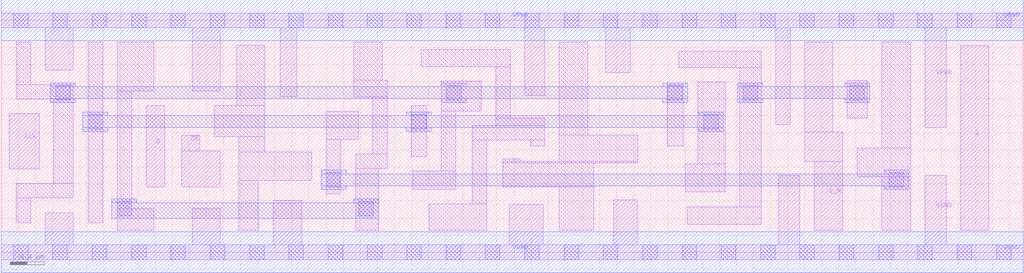
<source format=lef>
# Copyright 2020 The SkyWater PDK Authors
#
# Licensed under the Apache License, Version 2.0 (the "License");
# you may not use this file except in compliance with the License.
# You may obtain a copy of the License at
#
#     https://www.apache.org/licenses/LICENSE-2.0
#
# Unless required by applicable law or agreed to in writing, software
# distributed under the License is distributed on an "AS IS" BASIS,
# WITHOUT WARRANTIES OR CONDITIONS OF ANY KIND, either express or implied.
# See the License for the specific language governing permissions and
# limitations under the License.
#
# SPDX-License-Identifier: Apache-2.0

VERSION 5.7 ;
  NAMESCASESENSITIVE ON ;
  NOWIREEXTENSIONATPIN ON ;
  DIVIDERCHAR "/" ;
  BUSBITCHARS "[]" ;
UNITS
  DATABASE MICRONS 200 ;
END UNITS
MACRO sky130_fd_sc_hd__edfxbp_1
  CLASS CORE ;
  SOURCE USER ;
  FOREIGN sky130_fd_sc_hd__edfxbp_1 ;
  ORIGIN  0.000000  0.000000 ;
  SIZE  11.96000 BY  2.720000 ;
  SYMMETRY X Y R90 ;
  SITE unithd ;
  PIN D
    ANTENNAGATEAREA  0.159000 ;
    DIRECTION INPUT ;
    USE SIGNAL ;
    PORT
      LAYER li1 ;
        RECT 1.695000 0.765000 1.915000 1.720000 ;
    END
  END D
  PIN DE
    ANTENNAGATEAREA  0.318000 ;
    DIRECTION INPUT ;
    USE SIGNAL ;
    PORT
      LAYER li1 ;
        RECT 2.110000 0.765000 2.565000 1.185000 ;
        RECT 2.110000 1.185000 2.325000 1.370000 ;
    END
  END DE
  PIN Q
    ANTENNADIFFAREA  0.462000 ;
    DIRECTION OUTPUT ;
    USE SIGNAL ;
    PORT
      LAYER li1 ;
        RECT 11.225000 0.255000 11.555000 2.420000 ;
    END
  END Q
  PIN Q_N
    ANTENNADIFFAREA  0.429000 ;
    DIRECTION OUTPUT ;
    USE SIGNAL ;
    PORT
      LAYER li1 ;
        RECT 9.400000 1.065000 9.845000 1.410000 ;
        RECT 9.400000 1.410000 9.730000 2.465000 ;
        RECT 9.515000 0.255000 9.845000 1.065000 ;
    END
  END Q_N
  PIN CLK
    ANTENNAGATEAREA  0.159000 ;
    DIRECTION INPUT ;
    USE CLOCK ;
    PORT
      LAYER li1 ;
        RECT 0.095000 0.975000 0.445000 1.625000 ;
    END
  END CLK
  PIN VGND
    DIRECTION INOUT ;
    SHAPE ABUTMENT ;
    USE GROUND ;
    PORT
      LAYER li1 ;
        RECT  0.000000 -0.085000 11.960000 0.085000 ;
        RECT  0.515000  0.085000  0.845000 0.465000 ;
        RECT  2.235000  0.085000  2.565000 0.515000 ;
        RECT  3.185000  0.085000  3.515000 0.610000 ;
        RECT  5.945000  0.085000  6.340000 0.560000 ;
        RECT  7.165000  0.085000  7.440000 0.615000 ;
        RECT  9.095000  0.085000  9.345000 0.900000 ;
        RECT 10.810000  0.085000 11.055000 0.900000 ;
      LAYER mcon ;
        RECT  0.145000 -0.085000  0.315000 0.085000 ;
        RECT  0.605000 -0.085000  0.775000 0.085000 ;
        RECT  1.065000 -0.085000  1.235000 0.085000 ;
        RECT  1.525000 -0.085000  1.695000 0.085000 ;
        RECT  1.985000 -0.085000  2.155000 0.085000 ;
        RECT  2.445000 -0.085000  2.615000 0.085000 ;
        RECT  2.905000 -0.085000  3.075000 0.085000 ;
        RECT  3.365000 -0.085000  3.535000 0.085000 ;
        RECT  3.825000 -0.085000  3.995000 0.085000 ;
        RECT  4.285000 -0.085000  4.455000 0.085000 ;
        RECT  4.745000 -0.085000  4.915000 0.085000 ;
        RECT  5.205000 -0.085000  5.375000 0.085000 ;
        RECT  5.665000 -0.085000  5.835000 0.085000 ;
        RECT  6.125000 -0.085000  6.295000 0.085000 ;
        RECT  6.585000 -0.085000  6.755000 0.085000 ;
        RECT  7.045000 -0.085000  7.215000 0.085000 ;
        RECT  7.505000 -0.085000  7.675000 0.085000 ;
        RECT  7.965000 -0.085000  8.135000 0.085000 ;
        RECT  8.425000 -0.085000  8.595000 0.085000 ;
        RECT  8.885000 -0.085000  9.055000 0.085000 ;
        RECT  9.345000 -0.085000  9.515000 0.085000 ;
        RECT  9.805000 -0.085000  9.975000 0.085000 ;
        RECT 10.265000 -0.085000 10.435000 0.085000 ;
        RECT 10.725000 -0.085000 10.895000 0.085000 ;
        RECT 11.185000 -0.085000 11.355000 0.085000 ;
        RECT 11.645000 -0.085000 11.815000 0.085000 ;
      LAYER met1 ;
        RECT 0.000000 -0.240000 11.960000 0.240000 ;
    END
  END VGND
  PIN VPWR
    DIRECTION INOUT ;
    SHAPE ABUTMENT ;
    USE POWER ;
    PORT
      LAYER li1 ;
        RECT  0.000000 2.635000 11.960000 2.805000 ;
        RECT  0.515000 2.135000  0.845000 2.635000 ;
        RECT  2.235000 1.890000  2.565000 2.635000 ;
        RECT  3.265000 1.825000  3.460000 2.635000 ;
        RECT  6.125000 1.835000  6.360000 2.635000 ;
        RECT  7.070000 2.105000  7.360000 2.635000 ;
        RECT  9.060000 1.495000  9.230000 2.635000 ;
        RECT 10.810000 1.465000 11.055000 2.635000 ;
      LAYER mcon ;
        RECT  0.145000 2.635000  0.315000 2.805000 ;
        RECT  0.605000 2.635000  0.775000 2.805000 ;
        RECT  1.065000 2.635000  1.235000 2.805000 ;
        RECT  1.525000 2.635000  1.695000 2.805000 ;
        RECT  1.985000 2.635000  2.155000 2.805000 ;
        RECT  2.445000 2.635000  2.615000 2.805000 ;
        RECT  2.905000 2.635000  3.075000 2.805000 ;
        RECT  3.365000 2.635000  3.535000 2.805000 ;
        RECT  3.825000 2.635000  3.995000 2.805000 ;
        RECT  4.285000 2.635000  4.455000 2.805000 ;
        RECT  4.745000 2.635000  4.915000 2.805000 ;
        RECT  5.205000 2.635000  5.375000 2.805000 ;
        RECT  5.665000 2.635000  5.835000 2.805000 ;
        RECT  6.125000 2.635000  6.295000 2.805000 ;
        RECT  6.585000 2.635000  6.755000 2.805000 ;
        RECT  7.045000 2.635000  7.215000 2.805000 ;
        RECT  7.505000 2.635000  7.675000 2.805000 ;
        RECT  7.965000 2.635000  8.135000 2.805000 ;
        RECT  8.425000 2.635000  8.595000 2.805000 ;
        RECT  8.885000 2.635000  9.055000 2.805000 ;
        RECT  9.345000 2.635000  9.515000 2.805000 ;
        RECT  9.805000 2.635000  9.975000 2.805000 ;
        RECT 10.265000 2.635000 10.435000 2.805000 ;
        RECT 10.725000 2.635000 10.895000 2.805000 ;
        RECT 11.185000 2.635000 11.355000 2.805000 ;
        RECT 11.645000 2.635000 11.815000 2.805000 ;
      LAYER met1 ;
        RECT 0.000000 2.480000 11.960000 2.960000 ;
    END
  END VPWR
  OBS
    LAYER li1 ;
      RECT  0.175000 0.345000  0.345000 0.635000 ;
      RECT  0.175000 0.635000  0.845000 0.805000 ;
      RECT  0.175000 1.795000  0.845000 1.965000 ;
      RECT  0.175000 1.965000  0.345000 2.465000 ;
      RECT  0.615000 0.805000  0.845000 1.795000 ;
      RECT  1.015000 0.345000  1.185000 2.465000 ;
      RECT  1.355000 0.255000  1.785000 0.515000 ;
      RECT  1.355000 0.515000  1.525000 1.890000 ;
      RECT  1.355000 1.890000  1.785000 2.465000 ;
      RECT  2.495000 1.355000  3.085000 1.720000 ;
      RECT  2.755000 1.720000  3.085000 2.425000 ;
      RECT  2.780000 0.255000  3.005000 0.845000 ;
      RECT  2.780000 0.845000  3.635000 1.175000 ;
      RECT  2.780000 1.175000  3.085000 1.355000 ;
      RECT  3.805000 0.685000  3.975000 1.320000 ;
      RECT  3.805000 1.320000  4.175000 1.650000 ;
      RECT  4.125000 1.820000  4.515000 2.020000 ;
      RECT  4.125000 2.020000  4.455000 2.465000 ;
      RECT  4.145000 0.255000  4.415000 0.980000 ;
      RECT  4.145000 0.980000  4.515000 1.150000 ;
      RECT  4.345000 1.150000  4.515000 1.820000 ;
      RECT  4.795000 1.125000  4.980000 1.720000 ;
      RECT  4.815000 0.735000  5.320000 0.955000 ;
      RECT  4.915000 2.175000  5.955000 2.375000 ;
      RECT  5.005000 0.255000  5.680000 0.565000 ;
      RECT  5.150000 0.955000  5.320000 1.655000 ;
      RECT  5.150000 1.655000  5.615000 2.005000 ;
      RECT  5.510000 0.565000  5.680000 1.315000 ;
      RECT  5.510000 1.315000  6.360000 1.485000 ;
      RECT  5.785000 1.485000  6.360000 1.575000 ;
      RECT  5.785000 1.575000  5.955000 2.175000 ;
      RECT  5.870000 0.765000  6.935000 1.045000 ;
      RECT  5.870000 1.045000  7.445000 1.065000 ;
      RECT  5.870000 1.065000  6.070000 1.095000 ;
      RECT  6.190000 1.245000  6.360000 1.315000 ;
      RECT  6.530000 0.255000  6.935000 0.765000 ;
      RECT  6.530000 1.065000  7.445000 1.375000 ;
      RECT  6.530000 1.375000  6.860000 2.465000 ;
      RECT  7.790000 1.245000  7.980000 1.965000 ;
      RECT  7.925000 2.165000  8.890000 2.355000 ;
      RECT  8.005000 0.705000  8.470000 1.035000 ;
      RECT  8.025000 0.330000  8.890000 0.535000 ;
      RECT  8.150000 1.035000  8.470000 1.995000 ;
      RECT  8.640000 0.535000  8.890000 2.165000 ;
      RECT  9.900000 1.575000 10.130000 2.010000 ;
      RECT 10.015000 0.890000 10.640000 1.220000 ;
      RECT 10.300000 0.255000 10.640000 0.890000 ;
      RECT 10.300000 1.220000 10.640000 2.465000 ;
    LAYER mcon ;
      RECT  0.635000 1.785000  0.805000 1.955000 ;
      RECT  1.015000 1.445000  1.185000 1.615000 ;
      RECT  1.355000 0.425000  1.525000 0.595000 ;
      RECT  3.805000 0.765000  3.975000 0.935000 ;
      RECT  4.185000 0.425000  4.355000 0.595000 ;
      RECT  4.800000 1.445000  4.970000 1.615000 ;
      RECT  5.210000 1.785000  5.380000 1.955000 ;
      RECT  7.800000 1.785000  7.970000 1.955000 ;
      RECT  8.220000 1.445000  8.390000 1.615000 ;
      RECT  8.680000 1.785000  8.850000 1.955000 ;
      RECT  9.930000 1.785000 10.100000 1.955000 ;
      RECT 10.390000 0.765000 10.560000 0.935000 ;
    LAYER met1 ;
      RECT  0.575000 1.755000  0.865000 1.800000 ;
      RECT  0.575000 1.800000  8.030000 1.940000 ;
      RECT  0.575000 1.940000  0.865000 1.985000 ;
      RECT  0.955000 1.415000  1.245000 1.460000 ;
      RECT  0.955000 1.460000  8.450000 1.600000 ;
      RECT  0.955000 1.600000  1.245000 1.645000 ;
      RECT  1.295000 0.395000  4.415000 0.580000 ;
      RECT  1.295000 0.580000  1.585000 0.625000 ;
      RECT  3.745000 0.735000  4.035000 0.780000 ;
      RECT  3.745000 0.780000 10.620000 0.920000 ;
      RECT  3.745000 0.920000  4.035000 0.965000 ;
      RECT  4.125000 0.580000  4.415000 0.625000 ;
      RECT  4.740000 1.415000  5.030000 1.460000 ;
      RECT  4.740000 1.600000  5.030000 1.645000 ;
      RECT  5.150000 1.755000  5.440000 1.800000 ;
      RECT  5.150000 1.940000  5.440000 1.985000 ;
      RECT  7.740000 1.755000  8.030000 1.800000 ;
      RECT  7.740000 1.940000  8.030000 1.985000 ;
      RECT  8.160000 1.415000  8.450000 1.460000 ;
      RECT  8.160000 1.600000  8.450000 1.645000 ;
      RECT  8.620000 1.755000  8.910000 1.800000 ;
      RECT  8.620000 1.800000 10.160000 1.940000 ;
      RECT  8.620000 1.940000  8.910000 1.985000 ;
      RECT  9.870000 1.755000 10.160000 1.800000 ;
      RECT  9.870000 1.940000 10.160000 1.985000 ;
      RECT 10.330000 0.735000 10.620000 0.780000 ;
      RECT 10.330000 0.920000 10.620000 0.965000 ;
  END
END sky130_fd_sc_hd__edfxbp_1

</source>
